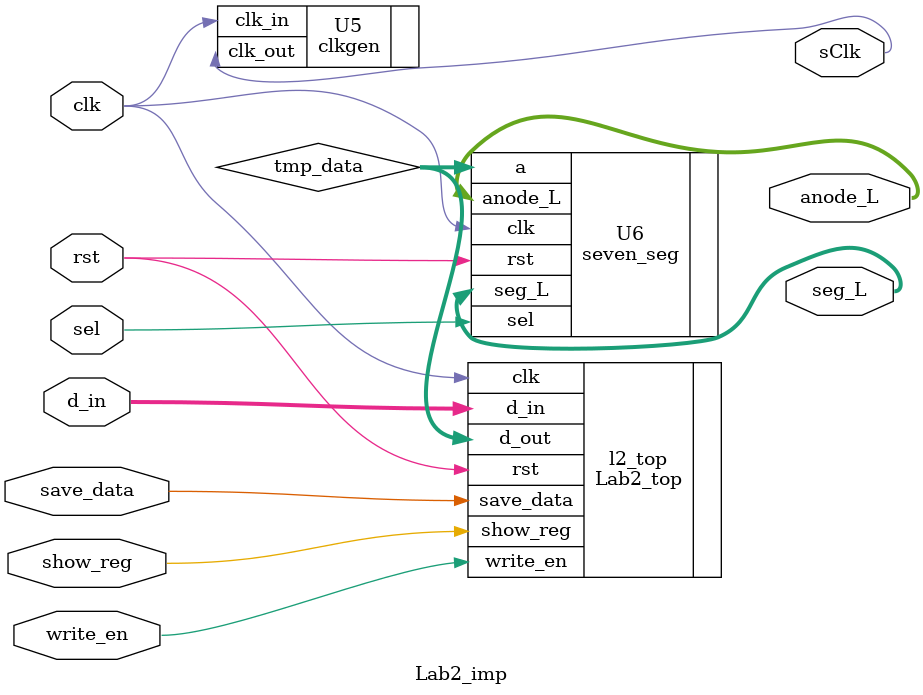
<source format=v>
`timescale 1ns / 1ps


module Lab2_imp(input clk, rst, write_en, save_data, show_reg, sel,
                input [7:0] d_in, 
                output sClk,
				output [3:0] anode_L,
				output [6:0] seg_L);
	 
	 wire [7:0] tmp_data;
	 
	 // Instantiate your Lab2_top module here. Connect d_out to tmp_data.
	 Lab2_top l2_top (.clk(clk), .rst(rst), .write_en(write_en), .save_data(save_data), 
	   .show_reg(show_reg), .d_in(d_in), .d_out(tmp_data));
            
	 clkgen   U5 (.clk_in(clk), .clk_out(sClk));
	 seven_seg U6 (.a(tmp_data), .clk(clk), .rst(rst), .sel(sel), .anode_L(anode_L), .seg_L(seg_L));

endmodule


</source>
